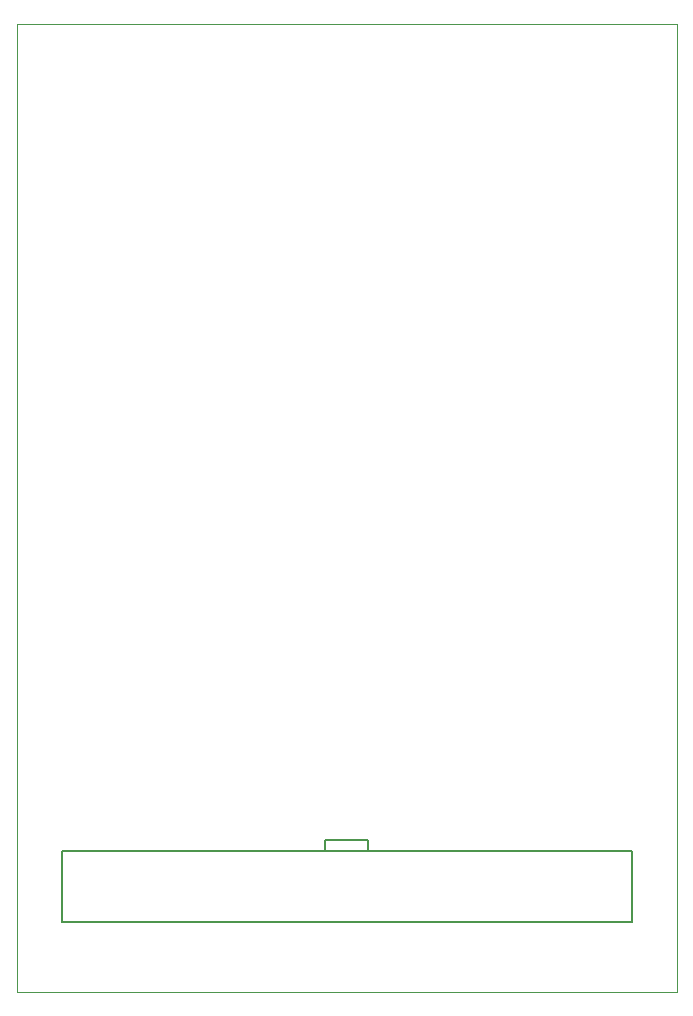
<source format=gbo>
G75*
%MOIN*%
%OFA0B0*%
%FSLAX24Y24*%
%IPPOS*%
%LPD*%
%AMOC8*
5,1,8,0,0,1.08239X$1,22.5*
%
%ADD10C,0.0000*%
%ADD11C,0.0050*%
D10*
X000100Y000100D02*
X000100Y032350D01*
X022100Y032350D01*
X022100Y000100D01*
X000100Y000100D01*
D11*
X001600Y002420D02*
X020600Y002420D01*
X020600Y004780D01*
X011830Y004780D01*
X010370Y004780D01*
X001600Y004780D01*
X001600Y002420D01*
X010370Y004780D02*
X010370Y005170D01*
X011830Y005170D01*
X011830Y004780D01*
M02*

</source>
